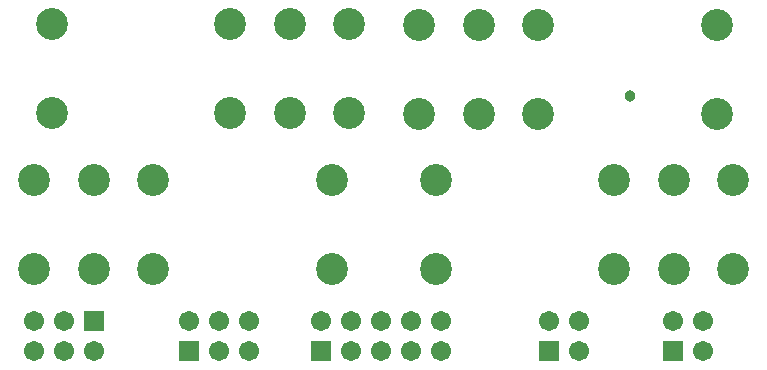
<source format=gts>
%FSDAX24Y24*%
%MOIN*%
%SFA1B1*%

%IPPOS*%
%ADD12R,0.067055X0.067055*%
%ADD13C,0.067055*%
%ADD14C,0.106425*%
%ADD15C,0.038000*%
%LNpcb_relayboard-1*%
%LPD*%
G54D12*
X010700Y000790D03*
X018300D03*
X022450D03*
X006299D03*
X003149Y001790D03*
G54D13*
X010700Y001790D03*
X011700Y000790D03*
Y001790D03*
X012700Y000790D03*
Y001790D03*
X013700Y000790D03*
Y001790D03*
X014700Y000790D03*
Y001790D03*
X018300D03*
X019300Y000790D03*
Y001790D03*
X022450D03*
X023450Y000790D03*
Y001790D03*
X008299D03*
Y000790D03*
X007299Y001790D03*
Y000790D03*
X006299Y001790D03*
X001149Y000790D03*
Y001790D03*
X002149Y000790D03*
Y001790D03*
X003149Y000790D03*
G54D14*
X024452Y003511D03*
X022468D03*
X020484D03*
X024452Y006488D03*
X022468D03*
X020484D03*
X014531Y003511D03*
Y006488D03*
X013978Y011676D03*
X015962D03*
X017947D03*
X013978Y008700D03*
X015962D03*
X017947D03*
X023900Y011676D03*
Y008700D03*
X001147Y006488D03*
X003131D03*
X005115D03*
X001147Y003511D03*
X003131D03*
X005115D03*
X011068Y006488D03*
Y003511D03*
X011652Y008711D03*
X009668D03*
X007684D03*
X011652Y011688D03*
X009668D03*
X007684D03*
X001731Y008711D03*
Y011688D03*
G54D15*
X021000Y009300D03*
M02*
</source>
